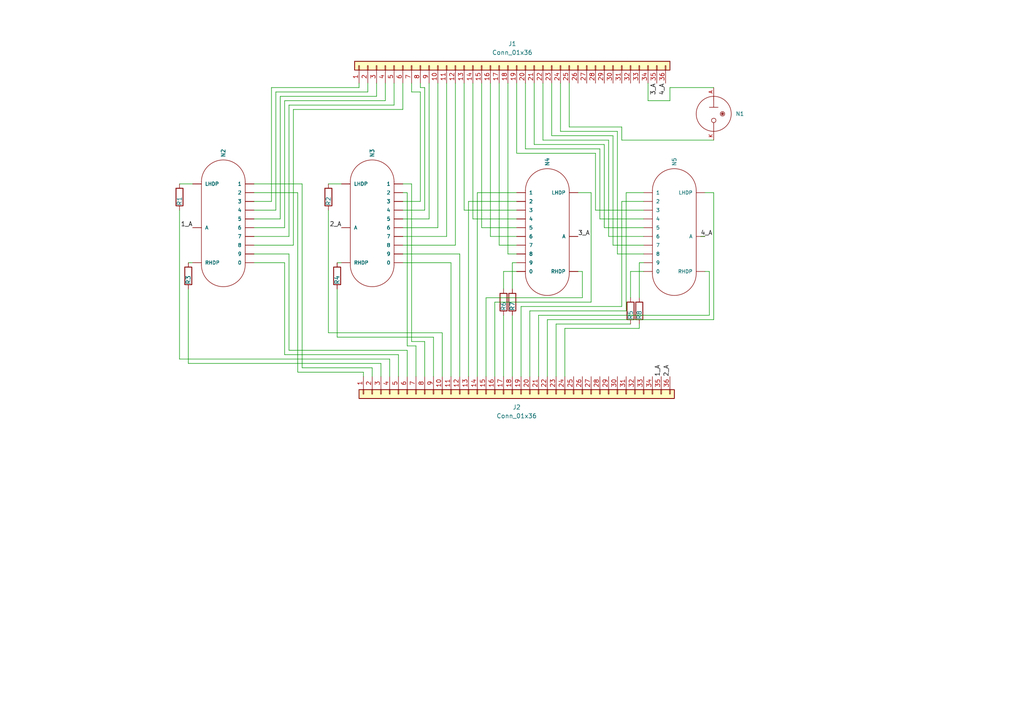
<source format=kicad_sch>
(kicad_sch (version 20211123) (generator eeschema)
  (paper "A4")
  (lib_symbols
    (symbol "Connector_Generic:Conn_01x36" (pin_names (offset 1.016) hide)
      (property "Reference" "J" (at 0 45.72 0))
      (property "Value" "Conn_01x36" (at 0 -48.26 0))
      (symbol "Conn_01x36_1_1"
        (rectangle (start -1.27 -45.593) (end 0 -45.847) (stroke (width 0.1524)))
        (rectangle (start -1.27 -43.053) (end 0 -43.307) (stroke (width 0.1524)))
        (rectangle (start -1.27 -40.513) (end 0 -40.767) (stroke (width 0.1524)))
        (rectangle (start -1.27 -37.973) (end 0 -38.227) (stroke (width 0.1524)))
        (rectangle (start -1.27 -35.433) (end 0 -35.687) (stroke (width 0.1524)))
        (rectangle (start -1.27 -32.893) (end 0 -33.147) (stroke (width 0.1524)))
        (rectangle (start -1.27 -30.353) (end 0 -30.607) (stroke (width 0.1524)))
        (rectangle (start -1.27 -27.813) (end 0 -28.067) (stroke (width 0.1524)))
        (rectangle (start -1.27 -25.273) (end 0 -25.527) (stroke (width 0.1524)))
        (rectangle (start -1.27 -22.733) (end 0 -22.987) (stroke (width 0.1524)))
        (rectangle (start -1.27 -20.193) (end 0 -20.447) (stroke (width 0.1524)))
        (rectangle (start -1.27 -17.653) (end 0 -17.907) (stroke (width 0.1524)))
        (rectangle (start -1.27 -15.113) (end 0 -15.367) (stroke (width 0.1524)))
        (rectangle (start -1.27 -12.573) (end 0 -12.827) (stroke (width 0.1524)))
        (rectangle (start -1.27 -10.033) (end 0 -10.287) (stroke (width 0.1524)))
        (rectangle (start -1.27 -7.493) (end 0 -7.747) (stroke (width 0.1524)))
        (rectangle (start -1.27 -4.953) (end 0 -5.207) (stroke (width 0.1524)))
        (rectangle (start -1.27 -2.413) (end 0 -2.667) (stroke (width 0.1524)))
        (rectangle (start -1.27 0.127) (end 0 -0.127) (stroke (width 0.1524)))
        (rectangle (start -1.27 2.667) (end 0 2.413) (stroke (width 0.1524)))
        (rectangle (start -1.27 5.207) (end 0 4.953) (stroke (width 0.1524)))
        (rectangle (start -1.27 7.747) (end 0 7.493) (stroke (width 0.1524)))
        (rectangle (start -1.27 10.287) (end 0 10.033) (stroke (width 0.1524)))
        (rectangle (start -1.27 12.827) (end 0 12.573) (stroke (width 0.1524)))
        (rectangle (start -1.27 15.367) (end 0 15.113) (stroke (width 0.1524)))
        (rectangle (start -1.27 17.907) (end 0 17.653) (stroke (width 0.1524)))
        (rectangle (start -1.27 20.447) (end 0 20.193) (stroke (width 0.1524)))
        (rectangle (start -1.27 22.987) (end 0 22.733) (stroke (width 0.1524)))
        (rectangle (start -1.27 25.527) (end 0 25.273) (stroke (width 0.1524)))
        (rectangle (start -1.27 28.067) (end 0 27.813) (stroke (width 0.1524)))
        (rectangle (start -1.27 30.607) (end 0 30.353) (stroke (width 0.1524)))
        (rectangle (start -1.27 33.147) (end 0 32.893) (stroke (width 0.1524)))
        (rectangle (start -1.27 35.687) (end 0 35.433) (stroke (width 0.1524)))
        (rectangle (start -1.27 38.227) (end 0 37.973) (stroke (width 0.1524)))
        (rectangle (start -1.27 40.767) (end 0 40.513) (stroke (width 0.1524)))
        (rectangle (start -1.27 43.307) (end 0 43.053) (stroke (width 0.1524)))
        (rectangle (start -1.27 44.45) (end 1.27 -46.99) (stroke (width 0.254)) (fill (type background)))
        (pin passive line (at -5.08 43.18 0) (length 3.81) (name "Pin_1") (number "1"))
        (pin passive line (at -5.08 20.32 0) (length 3.81) (name "Pin_10") (number "10"))
        (pin passive line (at -5.08 17.78 0) (length 3.81) (name "Pin_11") (number "11"))
        (pin passive line (at -5.08 15.24 0) (length 3.81) (name "Pin_12") (number "12"))
        (pin passive line (at -5.08 12.7 0) (length 3.81) (name "Pin_13") (number "13"))
        (pin passive line (at -5.08 10.16 0) (length 3.81) (name "Pin_14") (number "14"))
        (pin passive line (at -5.08 7.62 0) (length 3.81) (name "Pin_15") (number "15"))
        (pin passive line (at -5.08 5.08 0) (length 3.81) (name "Pin_16") (number "16"))
        (pin passive line (at -5.08 2.54 0) (length 3.81) (name "Pin_17") (number "17"))
        (pin passive line (at -5.08 0 0) (length 3.81) (name "Pin_18") (number "18"))
        (pin passive line (at -5.08 -2.54 0) (length 3.81) (name "Pin_19") (number "19"))
        (pin passive line (at -5.08 40.64 0) (length 3.81) (name "Pin_2") (number "2"))
        (pin passive line (at -5.08 -5.08 0) (length 3.81) (name "Pin_20") (number "20"))
        (pin passive line (at -5.08 -7.62 0) (length 3.81) (name "Pin_21") (number "21"))
        (pin passive line (at -5.08 -10.16 0) (length 3.81) (name "Pin_22") (number "22"))
        (pin passive line (at -5.08 -12.7 0) (length 3.81) (name "Pin_23") (number "23"))
        (pin passive line (at -5.08 -15.24 0) (length 3.81) (name "Pin_24") (number "24"))
        (pin passive line (at -5.08 -17.78 0) (length 3.81) (name "Pin_25") (number "25"))
        (pin passive line (at -5.08 -20.32 0) (length 3.81) (name "Pin_26") (number "26"))
        (pin passive line (at -5.08 -22.86 0) (length 3.81) (name "Pin_27") (number "27"))
        (pin passive line (at -5.08 -25.4 0) (length 3.81) (name "Pin_28") (number "28"))
        (pin passive line (at -5.08 -27.94 0) (length 3.81) (name "Pin_29") (number "29"))
        (pin passive line (at -5.08 38.1 0) (length 3.81) (name "Pin_3") (number "3"))
        (pin passive line (at -5.08 -30.48 0) (length 3.81) (name "Pin_30") (number "30"))
        (pin passive line (at -5.08 -33.02 0) (length 3.81) (name "Pin_31") (number "31"))
        (pin passive line (at -5.08 -35.56 0) (length 3.81) (name "Pin_32") (number "32"))
        (pin passive line (at -5.08 -38.1 0) (length 3.81) (name "Pin_33") (number "33"))
        (pin passive line (at -5.08 -40.64 0) (length 3.81) (name "Pin_34") (number "34"))
        (pin passive line (at -5.08 -43.18 0) (length 3.81) (name "Pin_35") (number "35"))
        (pin passive line (at -5.08 -45.72 0) (length 3.81) (name "Pin_36") (number "36"))
        (pin passive line (at -5.08 35.56 0) (length 3.81) (name "Pin_4") (number "4"))
        (pin passive line (at -5.08 33.02 0) (length 3.81) (name "Pin_5") (number "5"))
        (pin passive line (at -5.08 30.48 0) (length 3.81) (name "Pin_6") (number "6"))
        (pin passive line (at -5.08 27.94 0) (length 3.81) (name "Pin_7") (number "7"))
        (pin passive line (at -5.08 25.4 0) (length 3.81) (name "Pin_8") (number "8"))
        (pin passive line (at -5.08 22.86 0) (length 3.81) (name "Pin_9") (number "9"))
      )
    )
    (symbol "Device:R" (pin_numbers hide) (pin_names (offset 0))
      (property "Reference" "R" (at 2.032 0 90))
      (property "Value" "R" (at 0 0 90))
      (symbol "R_0_1"
        (rectangle (start -1.016 -2.54) (end 1.016 2.54) (stroke (width 0.254)))
      )
      (symbol "R_1_1"
        (pin passive line (at 0 3.81 270) (length 1.27) (name "~") (number "1"))
        (pin passive line (at 0 -3.81 90) (length 1.27) (name "~") (number "2"))
      )
    )
    (symbol "nixies-us:IN-14" (pin_numbers hide) (pin_names (offset 1.016))
      (property "Reference" "N" (at -2.54 18.415 0))
      (symbol "IN-14_1_0"
        (polyline (pts (xy -5.08 -13.335) (xy -5.08 10.795)))
        (polyline (pts (xy 7.62 -13.335) (xy 7.62 10.795)))
      )
      (symbol "IN-14_1_1"
        (arc (start -5.08 -13.335) (mid 1.27 -19.685) (end 7.62 -13.335))
        (arc (start 7.62 10.795) (mid 1.27 17.145) (end -5.08 10.795))
        (pin bidirectional line (at -7.62 10.16 0) (length 2.54) (name "1") (number "0"))
        (pin bidirectional line (at -7.62 -12.7 0) (length 2.54) (name "0") (number "1"))
        (pin bidirectional line (at -7.62 -10.16 0) (length 2.54) (name "9") (number "2"))
        (pin bidirectional line (at -7.62 -7.62 0) (length 2.54) (name "8") (number "3"))
        (pin bidirectional line (at -7.62 -5.08 0) (length 2.54) (name "7") (number "4"))
        (pin bidirectional line (at -7.62 -2.54 0) (length 2.54) (name "6") (number "5"))
        (pin bidirectional line (at -7.62 0 0) (length 2.54) (name "5") (number "6"))
        (pin bidirectional line (at -7.62 2.54 0) (length 2.54) (name "4") (number "7"))
        (pin bidirectional line (at -7.62 5.08 0) (length 2.54) (name "3") (number "8"))
        (pin bidirectional line (at -7.62 7.62 0) (length 2.54) (name "2") (number "9"))
        (pin bidirectional line (at 10.16 -2.54 180) (length 2.54) (name "A") (number "A"))
        (pin bidirectional line (at 10.16 10.16 180) (length 2.54) (name "LHDP") (number "LHDP"))
        (pin bidirectional line (at 10.16 -12.7 180) (length 2.54) (name "RHDP") (number "RHDP"))
      )
    )
    (symbol "nixies-us:IN-3" (pin_names (offset 1.016) hide)
      (property "Reference" "N" (at 1.27 3.175 0))
      (symbol "IN-3_1_0"
        (polyline (pts (xy 0 -2.54) (xy 0.635 -2.54)))
        (polyline (pts (xy 0.635 -2.54) (xy 0 -2.54)))
        (polyline (pts (xy 0.635 -2.54) (xy 3.175 -2.54)))
        (polyline (pts (xy 1.27 -2.54) (xy 0.635 -2.54)))
        (polyline (pts (xy 3.175 -2.54) (xy 3.175 -3.81)))
        (polyline (pts (xy 3.175 -2.54) (xy 3.175 -1.27)))
        (polyline (pts (xy 4.7498 0) (xy 5.08 0)))
        (polyline (pts (xy 5.08 0) (xy 5.08 -0.3048)))
        (polyline (pts (xy 5.08 0) (xy 5.08 0.3048)))
        (polyline (pts (xy 5.08 0) (xy 5.3848 0)))
        (polyline (pts (xy 10.16 -2.54) (xy 7.62 -2.54)))
      )
      (symbol "IN-3_1_1"
        (circle (center 5.08 -2.54) (radius 5.08))
        (circle (center 5.08 0) (radius 0.3048))
        (circle (center 5.08 0) (radius 0.635))
        (circle (center 6.985 -2.54) (radius 0.635))
        (pin bidirectional line (at -2.54 -2.54 0) (length 2.54) (name "A") (number "A"))
        (pin bidirectional line (at 12.7 -2.54 180) (length 2.54) (name "K") (number "K"))
      )
    )
  )
  (wire (pts (xy 148.59 83.82) (xy 148.59 76.2)))
  (wire (pts (xy 176.53 68.58) (xy 176.53 40.64)))
  (wire (pts (xy 87.63 106.68) (xy 87.63 53.34)))
  (wire (pts (xy 54.61 76.2) (xy 55.88 76.2)))
  (wire (pts (xy 143.51 87.63) (xy 171.45 87.63)))
  (wire (pts (xy 204.47 78.74) (xy 205.74 78.74)))
  (wire (pts (xy 148.59 76.2) (xy 149.86 76.2)))
  (wire (pts (xy 179.07 38.1) (xy 162.56 38.1)))
  (wire (pts (xy 176.53 40.64) (xy 157.48 40.64)))
  (wire (pts (xy 118.11 101.6) (xy 83.82 101.6)))
  (wire (pts (xy 125.73 97.79) (xy 97.79 97.79)))
  (wire (pts (xy 73.66 58.42) (xy 78.74 58.42)))
  (wire (pts (xy 116.84 58.42) (xy 121.92 58.42)))
  (wire (pts (xy 140.97 109.22) (xy 140.97 86.36)))
  (wire (pts (xy 133.35 109.22) (xy 133.35 73.66)))
  (wire (pts (xy 186.69 63.5) (xy 173.99 63.5)))
  (wire (pts (xy 116.84 60.96) (xy 123.19 60.96)))
  (wire (pts (xy 107.95 109.22) (xy 107.95 106.68)))
  (wire (pts (xy 181.61 90.17) (xy 181.61 55.88)))
  (wire (pts (xy 81.28 63.5) (xy 73.66 63.5)))
  (wire (pts (xy 116.84 31.75) (xy 85.09 31.75)))
  (wire (pts (xy 104.14 25.4) (xy 78.74 25.4)))
  (wire (pts (xy 85.09 31.75) (xy 85.09 71.12)))
  (wire (pts (xy 142.24 68.58) (xy 142.24 24.13)))
  (wire (pts (xy 111.76 24.13) (xy 111.76 29.21)))
  (wire (pts (xy 82.55 29.21) (xy 82.55 66.04)))
  (wire (pts (xy 207.01 25.4) (xy 194.31 25.4)))
  (wire (pts (xy 135.89 58.42) (xy 149.86 58.42)))
  (wire (pts (xy 194.31 25.4) (xy 194.31 29.21)))
  (wire (pts (xy 121.92 58.42) (xy 121.92 26.67)))
  (wire (pts (xy 95.25 53.34) (xy 99.06 53.34)))
  (wire (pts (xy 114.3 30.48) (xy 83.82 30.48)))
  (wire (pts (xy 187.96 24.13) (xy 187.96 29.21)))
  (wire (pts (xy 156.21 109.22) (xy 156.21 91.44)))
  (wire (pts (xy 147.32 73.66) (xy 147.32 24.13)))
  (wire (pts (xy 151.13 109.22) (xy 151.13 88.9)))
  (wire (pts (xy 137.16 63.5) (xy 137.16 24.13)))
  (wire (pts (xy 95.25 60.96) (xy 95.25 96.52)))
  (wire (pts (xy 81.28 27.94) (xy 81.28 63.5)))
  (wire (pts (xy 119.38 53.34) (xy 116.84 53.34)))
  (wire (pts (xy 149.86 66.04) (xy 139.7 66.04)))
  (wire (pts (xy 186.69 68.58) (xy 176.53 68.58)))
  (wire (pts (xy 110.49 105.41) (xy 54.61 105.41)))
  (wire (pts (xy 171.45 55.88) (xy 167.64 55.88)))
  (wire (pts (xy 157.48 40.64) (xy 157.48 24.13)))
  (wire (pts (xy 168.91 78.74) (xy 167.64 78.74)))
  (wire (pts (xy 119.38 99.06) (xy 119.38 53.34)))
  (wire (pts (xy 163.83 95.25) (xy 185.42 95.25)))
  (wire (pts (xy 180.34 40.64) (xy 180.34 36.83)))
  (wire (pts (xy 78.74 25.4) (xy 78.74 58.42)))
  (wire (pts (xy 180.34 36.83) (xy 165.1 36.83)))
  (wire (pts (xy 151.13 88.9) (xy 180.34 88.9)))
  (wire (pts (xy 83.82 101.6) (xy 83.82 73.66)))
  (wire (pts (xy 163.83 109.22) (xy 163.83 95.25)))
  (wire (pts (xy 171.45 87.63) (xy 171.45 55.88)))
  (wire (pts (xy 82.55 102.87) (xy 82.55 76.2)))
  (wire (pts (xy 135.89 109.22) (xy 135.89 58.42)))
  (wire (pts (xy 143.51 109.22) (xy 143.51 87.63)))
  (wire (pts (xy 182.88 78.74) (xy 186.69 78.74)))
  (wire (pts (xy 138.43 109.22) (xy 138.43 55.88)))
  (wire (pts (xy 97.79 83.82) (xy 97.79 97.79)))
  (wire (pts (xy 186.69 71.12) (xy 177.8 71.12)))
  (wire (pts (xy 160.02 39.37) (xy 160.02 24.13)))
  (wire (pts (xy 207.01 55.88) (xy 204.47 55.88)))
  (wire (pts (xy 177.8 71.12) (xy 177.8 39.37)))
  (wire (pts (xy 118.11 100.33) (xy 118.11 55.88)))
  (wire (pts (xy 149.86 73.66) (xy 147.32 73.66)))
  (wire (pts (xy 173.99 43.18) (xy 152.4 43.18)))
  (wire (pts (xy 134.62 60.96) (xy 134.62 24.13)))
  (wire (pts (xy 121.92 25.4) (xy 121.92 24.13)))
  (wire (pts (xy 204.47 68.58) (xy 203.2 68.58)))
  (wire (pts (xy 109.22 27.94) (xy 81.28 27.94)))
  (wire (pts (xy 110.49 109.22) (xy 110.49 105.41)))
  (wire (pts (xy 104.14 24.13) (xy 104.14 25.4)))
  (wire (pts (xy 146.05 83.82) (xy 146.05 78.74)))
  (wire (pts (xy 172.72 44.45) (xy 172.72 60.96)))
  (wire (pts (xy 97.79 76.2) (xy 99.06 76.2)))
  (wire (pts (xy 146.05 109.22) (xy 146.05 91.44)))
  (wire (pts (xy 161.29 109.22) (xy 161.29 93.98)))
  (wire (pts (xy 154.94 41.91) (xy 154.94 24.13)))
  (wire (pts (xy 168.91 86.36) (xy 168.91 78.74)))
  (wire (pts (xy 87.63 53.34) (xy 73.66 53.34)))
  (wire (pts (xy 162.56 38.1) (xy 162.56 24.13)))
  (wire (pts (xy 175.26 41.91) (xy 154.94 41.91)))
  (wire (pts (xy 124.46 24.13) (xy 124.46 63.5)))
  (wire (pts (xy 153.67 109.22) (xy 153.67 90.17)))
  (wire (pts (xy 149.86 63.5) (xy 137.16 63.5)))
  (wire (pts (xy 123.19 60.96) (xy 123.19 25.4)))
  (wire (pts (xy 123.19 109.22) (xy 123.19 99.06)))
  (wire (pts (xy 82.55 76.2) (xy 73.66 76.2)))
  (wire (pts (xy 139.7 66.04) (xy 139.7 24.13)))
  (wire (pts (xy 52.07 53.34) (xy 55.88 53.34)))
  (wire (pts (xy 138.43 55.88) (xy 149.86 55.88)))
  (wire (pts (xy 127 66.04) (xy 127 24.13)))
  (wire (pts (xy 82.55 102.87) (xy 115.57 102.87)))
  (wire (pts (xy 120.65 100.33) (xy 118.11 100.33)))
  (wire (pts (xy 107.95 106.68) (xy 87.63 106.68)))
  (wire (pts (xy 125.73 109.22) (xy 125.73 97.79)))
  (wire (pts (xy 120.65 109.22) (xy 120.65 100.33)))
  (wire (pts (xy 129.54 68.58) (xy 129.54 24.13)))
  (wire (pts (xy 128.27 96.52) (xy 95.25 96.52)))
  (wire (pts (xy 149.86 44.45) (xy 172.72 44.45)))
  (wire (pts (xy 52.07 60.96) (xy 52.07 104.14)))
  (wire (pts (xy 116.84 66.04) (xy 127 66.04)))
  (wire (pts (xy 121.92 26.67) (xy 119.38 26.67)))
  (wire (pts (xy 185.42 95.25) (xy 185.42 93.98)))
  (wire (pts (xy 186.69 66.04) (xy 175.26 66.04)))
  (wire (pts (xy 177.8 39.37) (xy 160.02 39.37)))
  (wire (pts (xy 185.42 76.2) (xy 186.69 76.2)))
  (wire (pts (xy 106.68 24.13) (xy 106.68 26.67)))
  (wire (pts (xy 80.01 26.67) (xy 80.01 60.96)))
  (wire (pts (xy 116.84 68.58) (xy 129.54 68.58)))
  (wire (pts (xy 175.26 66.04) (xy 175.26 41.91)))
  (wire (pts (xy 113.03 109.22) (xy 113.03 104.14)))
  (wire (pts (xy 180.34 58.42) (xy 186.69 58.42)))
  (wire (pts (xy 86.36 55.88) (xy 73.66 55.88)))
  (wire (pts (xy 165.1 36.83) (xy 165.1 24.13)))
  (wire (pts (xy 158.75 92.71) (xy 207.01 92.71)))
  (wire (pts (xy 156.21 91.44) (xy 205.74 91.44)))
  (wire (pts (xy 205.74 91.44) (xy 205.74 78.74)))
  (wire (pts (xy 149.86 68.58) (xy 142.24 68.58)))
  (wire (pts (xy 123.19 25.4) (xy 121.92 25.4)))
  (wire (pts (xy 148.59 109.22) (xy 148.59 91.44)))
  (wire (pts (xy 149.86 71.12) (xy 144.78 71.12)))
  (wire (pts (xy 54.61 83.82) (xy 54.61 105.41)))
  (wire (pts (xy 172.72 60.96) (xy 186.69 60.96)))
  (wire (pts (xy 113.03 104.14) (xy 52.07 104.14)))
  (wire (pts (xy 185.42 86.36) (xy 185.42 76.2)))
  (wire (pts (xy 116.84 24.13) (xy 116.84 31.75)))
  (wire (pts (xy 146.05 78.74) (xy 149.86 78.74)))
  (wire (pts (xy 140.97 86.36) (xy 168.91 86.36)))
  (wire (pts (xy 80.01 60.96) (xy 73.66 60.96)))
  (wire (pts (xy 123.19 99.06) (xy 119.38 99.06)))
  (wire (pts (xy 180.34 88.9) (xy 180.34 58.42)))
  (wire (pts (xy 86.36 107.95) (xy 86.36 55.88)))
  (wire (pts (xy 207.01 92.71) (xy 207.01 55.88)))
  (wire (pts (xy 130.81 109.22) (xy 130.81 76.2)))
  (wire (pts (xy 118.11 55.88) (xy 116.84 55.88)))
  (wire (pts (xy 130.81 76.2) (xy 116.84 76.2)))
  (wire (pts (xy 149.86 24.13) (xy 149.86 44.45)))
  (wire (pts (xy 158.75 92.71) (xy 158.75 109.22)))
  (wire (pts (xy 83.82 68.58) (xy 73.66 68.58)))
  (wire (pts (xy 111.76 29.21) (xy 82.55 29.21)))
  (wire (pts (xy 173.99 63.5) (xy 173.99 43.18)))
  (wire (pts (xy 133.35 73.66) (xy 116.84 73.66)))
  (wire (pts (xy 119.38 26.67) (xy 119.38 24.13)))
  (wire (pts (xy 109.22 24.13) (xy 109.22 27.94)))
  (wire (pts (xy 207.01 40.64) (xy 180.34 40.64)))
  (wire (pts (xy 182.88 86.36) (xy 182.88 78.74)))
  (wire (pts (xy 181.61 55.88) (xy 186.69 55.88)))
  (wire (pts (xy 116.84 63.5) (xy 124.46 63.5)))
  (wire (pts (xy 194.31 29.21) (xy 187.96 29.21)))
  (wire (pts (xy 105.41 107.95) (xy 86.36 107.95)))
  (wire (pts (xy 152.4 43.18) (xy 152.4 24.13)))
  (wire (pts (xy 132.08 71.12) (xy 132.08 24.13)))
  (wire (pts (xy 83.82 30.48) (xy 83.82 68.58)))
  (wire (pts (xy 144.78 71.12) (xy 144.78 24.13)))
  (wire (pts (xy 186.69 73.66) (xy 179.07 73.66)))
  (wire (pts (xy 153.67 90.17) (xy 181.61 90.17)))
  (wire (pts (xy 161.29 93.98) (xy 182.88 93.98)))
  (wire (pts (xy 116.84 71.12) (xy 132.08 71.12)))
  (wire (pts (xy 85.09 71.12) (xy 73.66 71.12)))
  (wire (pts (xy 179.07 73.66) (xy 179.07 38.1)))
  (wire (pts (xy 118.11 109.22) (xy 118.11 101.6)))
  (wire (pts (xy 114.3 24.13) (xy 114.3 30.48)))
  (wire (pts (xy 128.27 109.22) (xy 128.27 96.52)))
  (wire (pts (xy 82.55 66.04) (xy 73.66 66.04)))
  (wire (pts (xy 83.82 73.66) (xy 73.66 73.66)))
  (wire (pts (xy 105.41 109.22) (xy 105.41 107.95)))
  (wire (pts (xy 115.57 109.22) (xy 115.57 102.87)))
  (wire (pts (xy 149.86 60.96) (xy 134.62 60.96)))
  (wire (pts (xy 106.68 26.67) (xy 80.01 26.67)))
  (label "3_A" (at 190.5 24.13 270))
  (label "3_A" (at 167.64 68.58 0))
  (label "2_A" (at 194.31 109.22 90))
  (label "2_A" (at 99.06 66.04 180))
  (label "1_A" (at 191.77 109.22 90))
  (label "4_A" (at 203.2 68.58 0))
  (label "1_A" (at 55.88 66.04 180))
  (label "4_A" (at 193.04 24.13 270))
  (symbol (lib_id "nixies-us:IN-14") (at 66.04 63.5 0) (mirror y) (unit 1)
    (property "Reference" "N2" (at 64.77 45.6438 90) (effects (font (size 1.143 1.143)) (justify left)))
    (property "Value" "IN-14" (effects hide))
    (property "Footprint" "nixies-us:nixies-us-IN-14" (effects hide))
  )
  (symbol (lib_id "nixies-us:IN-14") (at 109.22 63.5 0) (mirror y) (unit 1)
    (property "Reference" "N3" (at 107.95 45.6438 90) (effects (font (size 1.143 1.143)) (justify left)))
    (property "Value" "IN-14" (effects hide))
    (property "Footprint" "nixies-us:nixies-us-IN-14" (effects hide))
  )
  (symbol (lib_id "nixies-us:IN-14") (at 157.48 66.04 0) (unit 1)
    (property "Reference" "N4" (at 158.75 48.1838 90) (effects (font (size 1.143 1.143)) (justify left)))
    (property "Value" "IN-14" (effects hide))
    (property "Footprint" "nixies-us:nixies-us-IN-14" (effects hide))
  )
  (symbol (lib_id "nixies-us:IN-14") (at 194.31 66.04 0) (unit 1)
    (property "Reference" "N5" (at 195.58 48.1838 90) (effects (font (size 1.143 1.143)) (justify left)))
    (property "Value" "IN-14" (effects hide))
    (property "Footprint" "nixies-us:nixies-us-IN-14" (effects hide))
  )
  (symbol (lib_id "Device:R") (at 185.42 90.17 0) (unit 1)
    (property "Reference" "R8" (at 185.42 92.71 90) (effects (justify left)))
    (property "Value" "R" (effects hide))
    (property "Footprint" "Resistor_SMD:R_0805_2012Metric_Pad1.20x1.40mm_HandSolder" (effects hide))
  )
  (symbol (lib_id "nixies-us:IN-3") (at 209.55 27.94 270) (unit 1)
    (property "Reference" "N1" (at 213.36 33.02 90) (effects (font (size 1.143 1.143)) (justify left)))
    (property "Value" "IN-3" (effects hide))
    (property "Footprint" "nixies-us:nixies-us-IN-3" (effects hide))
  )
  (symbol (lib_id "Device:R") (at 146.05 87.63 0) (unit 1)
    (property "Reference" "R6" (at 146.05 90.17 90) (effects (justify left)))
    (property "Value" "R" (effects hide))
    (property "Footprint" "Resistor_SMD:R_0805_2012Metric_Pad1.20x1.40mm_HandSolder" (effects hide))
  )
  (symbol (lib_id "Device:R") (at 52.07 57.15 0) (unit 1)
    (property "Reference" "R1" (at 52.07 59.69 90) (effects (justify left)))
    (property "Value" "R" (effects hide))
    (property "Footprint" "Resistor_SMD:R_0805_2012Metric_Pad1.20x1.40mm_HandSolder" (effects hide))
  )
  (symbol (lib_id "Device:R") (at 54.61 80.01 0) (unit 1)
    (property "Reference" "R3" (at 54.61 82.55 90) (effects (justify left)))
    (property "Value" "R" (effects hide))
    (property "Footprint" "Resistor_SMD:R_0805_2012Metric_Pad1.20x1.40mm_HandSolder" (effects hide))
  )
  (symbol (lib_id "Device:R") (at 182.88 90.17 0) (unit 1)
    (property "Reference" "R5" (at 182.88 92.71 90) (effects (justify left)))
    (property "Value" "R" (effects hide))
    (property "Footprint" "Resistor_SMD:R_0805_2012Metric_Pad1.20x1.40mm_HandSolder" (effects hide))
  )
  (symbol (lib_id "Connector_Generic:Conn_01x36") (at 147.32 19.05 90) (unit 1)
    (property "Reference" "J1" (at 148.59 12.7 90))
    (property "Value" "Conn_01x36" (at 148.59 15.24 90))
    (property "Footprint" "Connector_PinHeader_2.54mm:PinHeader_1x36_P2.54mm_Vertical" (effects hide))
  )
  (symbol (lib_id "Device:R") (at 148.59 87.63 0) (unit 1)
    (property "Reference" "R7" (at 148.59 90.17 90) (effects (justify left)))
    (property "Value" "R" (effects hide))
    (property "Footprint" "Resistor_SMD:R_0805_2012Metric_Pad1.20x1.40mm_HandSolder" (effects hide))
  )
  (symbol (lib_id "Connector_Generic:Conn_01x36") (at 148.59 114.3 90) (mirror x) (unit 1)
    (property "Reference" "J2" (at 149.86 118.11 90))
    (property "Value" "Conn_01x36" (at 149.86 120.65 90))
    (property "Footprint" "Connector_PinHeader_2.54mm:PinHeader_1x36_P2.54mm_Vertical" (effects hide))
  )
  (symbol (lib_id "Device:R") (at 95.25 57.15 0) (unit 1)
    (property "Reference" "R2" (at 95.25 59.69 90) (effects (justify left)))
    (property "Value" "R" (effects hide))
    (property "Footprint" "Resistor_SMD:R_0805_2012Metric_Pad1.20x1.40mm_HandSolder" (effects hide))
  )
  (symbol (lib_id "Device:R") (at 97.79 80.01 0) (unit 1)
    (property "Reference" "R4" (at 97.79 82.55 90) (effects (justify left)))
    (property "Value" "R" (effects hide))
    (property "Footprint" "Resistor_SMD:R_0805_2012Metric_Pad1.20x1.40mm_HandSolder" (effects hide))
  )
)
</source>
